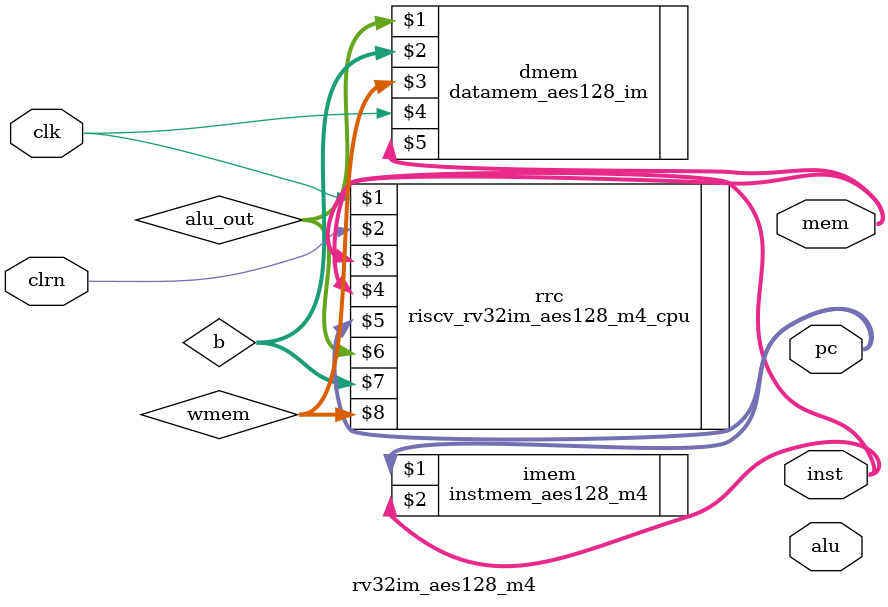
<source format=v>
module rv32im_aes128_m4 (clk, clrn, inst, pc, alu, mem);
  input         clk, clrn;           // clk: 50MHz
  output [31:0] inst, pc, alu, mem;
  wire    [3:0] wmem;
  wire   [31:0] alu_out, b;
  
  riscv_rv32im_aes128_m4_cpu rrc (clk, clrn, inst, mem, pc, alu_out, b, wmem);
  
  instmem_aes128_m4 imem (pc,inst);
  
  datamem_aes128_im dmem (alu_out, b, wmem, clk, mem);
endmodule

</source>
